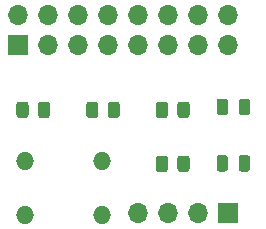
<source format=gts>
%TF.GenerationSoftware,KiCad,Pcbnew,5.1.7-a382d34a8~87~ubuntu20.04.1*%
%TF.CreationDate,2020-11-06T02:00:15-03:00*%
%TF.ProjectId,RPI_HAT,5250495f-4841-4542-9e6b-696361645f70,v1 *%
%TF.SameCoordinates,Original*%
%TF.FileFunction,Soldermask,Top*%
%TF.FilePolarity,Negative*%
%FSLAX46Y46*%
G04 Gerber Fmt 4.6, Leading zero omitted, Abs format (unit mm)*
G04 Created by KiCad (PCBNEW 5.1.7-a382d34a8~87~ubuntu20.04.1) date 2020-11-06 02:00:15*
%MOMM*%
%LPD*%
G01*
G04 APERTURE LIST*
%ADD10R,1.700000X1.700000*%
%ADD11O,1.700000X1.700000*%
%ADD12O,1.524000X1.524000*%
G04 APERTURE END LIST*
D10*
%TO.C,J1*%
X96012000Y-94869000D03*
D11*
X96012000Y-92329000D03*
X98552000Y-94869000D03*
X98552000Y-92329000D03*
X101092000Y-94869000D03*
X101092000Y-92329000D03*
X103632000Y-94869000D03*
X103632000Y-92329000D03*
X106172000Y-94869000D03*
X106172000Y-92329000D03*
X108712000Y-94869000D03*
X108712000Y-92329000D03*
X111252000Y-94869000D03*
X111252000Y-92329000D03*
X113792000Y-94869000D03*
X113792000Y-92329000D03*
%TD*%
%TO.C,R1*%
G36*
G01*
X95880500Y-100780001D02*
X95880500Y-99879999D01*
G75*
G02*
X96130499Y-99630000I249999J0D01*
G01*
X96655501Y-99630000D01*
G75*
G02*
X96905500Y-99879999I0J-249999D01*
G01*
X96905500Y-100780001D01*
G75*
G02*
X96655501Y-101030000I-249999J0D01*
G01*
X96130499Y-101030000D01*
G75*
G02*
X95880500Y-100780001I0J249999D01*
G01*
G37*
G36*
G01*
X97705500Y-100780001D02*
X97705500Y-99879999D01*
G75*
G02*
X97955499Y-99630000I249999J0D01*
G01*
X98480501Y-99630000D01*
G75*
G02*
X98730500Y-99879999I0J-249999D01*
G01*
X98730500Y-100780001D01*
G75*
G02*
X98480501Y-101030000I-249999J0D01*
G01*
X97955499Y-101030000D01*
G75*
G02*
X97705500Y-100780001I0J249999D01*
G01*
G37*
%TD*%
%TO.C,R2*%
G36*
G01*
X103611000Y-100780001D02*
X103611000Y-99879999D01*
G75*
G02*
X103860999Y-99630000I249999J0D01*
G01*
X104386001Y-99630000D01*
G75*
G02*
X104636000Y-99879999I0J-249999D01*
G01*
X104636000Y-100780001D01*
G75*
G02*
X104386001Y-101030000I-249999J0D01*
G01*
X103860999Y-101030000D01*
G75*
G02*
X103611000Y-100780001I0J249999D01*
G01*
G37*
G36*
G01*
X101786000Y-100780001D02*
X101786000Y-99879999D01*
G75*
G02*
X102035999Y-99630000I249999J0D01*
G01*
X102561001Y-99630000D01*
G75*
G02*
X102811000Y-99879999I0J-249999D01*
G01*
X102811000Y-100780001D01*
G75*
G02*
X102561001Y-101030000I-249999J0D01*
G01*
X102035999Y-101030000D01*
G75*
G02*
X101786000Y-100780001I0J249999D01*
G01*
G37*
%TD*%
%TO.C,R3*%
G36*
G01*
X107691500Y-105352001D02*
X107691500Y-104451999D01*
G75*
G02*
X107941499Y-104202000I249999J0D01*
G01*
X108466501Y-104202000D01*
G75*
G02*
X108716500Y-104451999I0J-249999D01*
G01*
X108716500Y-105352001D01*
G75*
G02*
X108466501Y-105602000I-249999J0D01*
G01*
X107941499Y-105602000D01*
G75*
G02*
X107691500Y-105352001I0J249999D01*
G01*
G37*
G36*
G01*
X109516500Y-105352001D02*
X109516500Y-104451999D01*
G75*
G02*
X109766499Y-104202000I249999J0D01*
G01*
X110291501Y-104202000D01*
G75*
G02*
X110541500Y-104451999I0J-249999D01*
G01*
X110541500Y-105352001D01*
G75*
G02*
X110291501Y-105602000I-249999J0D01*
G01*
X109766499Y-105602000D01*
G75*
G02*
X109516500Y-105352001I0J249999D01*
G01*
G37*
%TD*%
%TO.C,R4*%
G36*
G01*
X109516500Y-100780001D02*
X109516500Y-99879999D01*
G75*
G02*
X109766499Y-99630000I249999J0D01*
G01*
X110291501Y-99630000D01*
G75*
G02*
X110541500Y-99879999I0J-249999D01*
G01*
X110541500Y-100780001D01*
G75*
G02*
X110291501Y-101030000I-249999J0D01*
G01*
X109766499Y-101030000D01*
G75*
G02*
X109516500Y-100780001I0J249999D01*
G01*
G37*
G36*
G01*
X107691500Y-100780001D02*
X107691500Y-99879999D01*
G75*
G02*
X107941499Y-99630000I249999J0D01*
G01*
X108466501Y-99630000D01*
G75*
G02*
X108716500Y-99879999I0J-249999D01*
G01*
X108716500Y-100780001D01*
G75*
G02*
X108466501Y-101030000I-249999J0D01*
G01*
X107941499Y-101030000D01*
G75*
G02*
X107691500Y-100780001I0J249999D01*
G01*
G37*
%TD*%
D12*
%TO.C,SW1*%
X103144900Y-109194600D03*
X96642500Y-109194600D03*
X103144900Y-104673400D03*
X96642500Y-104673400D03*
%TD*%
D10*
%TO.C,U1*%
X113792000Y-109093000D03*
D11*
X111252000Y-109093000D03*
X108712000Y-109093000D03*
X106172000Y-109093000D03*
%TD*%
%TO.C,D1*%
G36*
G01*
X112827500Y-105313250D02*
X112827500Y-104400750D01*
G75*
G02*
X113071250Y-104157000I243750J0D01*
G01*
X113558750Y-104157000D01*
G75*
G02*
X113802500Y-104400750I0J-243750D01*
G01*
X113802500Y-105313250D01*
G75*
G02*
X113558750Y-105557000I-243750J0D01*
G01*
X113071250Y-105557000D01*
G75*
G02*
X112827500Y-105313250I0J243750D01*
G01*
G37*
G36*
G01*
X114702500Y-105313250D02*
X114702500Y-104400750D01*
G75*
G02*
X114946250Y-104157000I243750J0D01*
G01*
X115433750Y-104157000D01*
G75*
G02*
X115677500Y-104400750I0J-243750D01*
G01*
X115677500Y-105313250D01*
G75*
G02*
X115433750Y-105557000I-243750J0D01*
G01*
X114946250Y-105557000D01*
G75*
G02*
X114702500Y-105313250I0J243750D01*
G01*
G37*
%TD*%
%TO.C,D2*%
G36*
G01*
X114702500Y-100532250D02*
X114702500Y-99619750D01*
G75*
G02*
X114946250Y-99376000I243750J0D01*
G01*
X115433750Y-99376000D01*
G75*
G02*
X115677500Y-99619750I0J-243750D01*
G01*
X115677500Y-100532250D01*
G75*
G02*
X115433750Y-100776000I-243750J0D01*
G01*
X114946250Y-100776000D01*
G75*
G02*
X114702500Y-100532250I0J243750D01*
G01*
G37*
G36*
G01*
X112827500Y-100532250D02*
X112827500Y-99619750D01*
G75*
G02*
X113071250Y-99376000I243750J0D01*
G01*
X113558750Y-99376000D01*
G75*
G02*
X113802500Y-99619750I0J-243750D01*
G01*
X113802500Y-100532250D01*
G75*
G02*
X113558750Y-100776000I-243750J0D01*
G01*
X113071250Y-100776000D01*
G75*
G02*
X112827500Y-100532250I0J243750D01*
G01*
G37*
%TD*%
M02*

</source>
